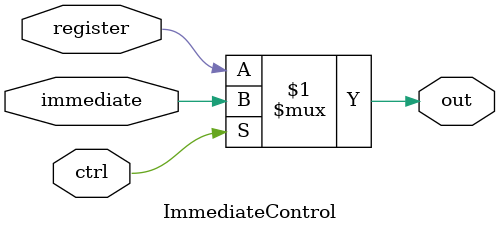
<source format=v>
/**
* @brief: A simple MUX module for switching between immediate values, and values from the register file
* @input ctrl: The control signal for the MUX.
* @input immediate: The immediate value
* @input register: The register value
* @output out: The output value depends on ctrl. When ctrl is 1, the output is the immediate value
*              Else the value is the register value 
**/
module ImmediateControl(input wire ctrl, input wire immediate, input wire register, output wire out);
assign out = ctrl ? immediate : register;
endmodule

</source>
